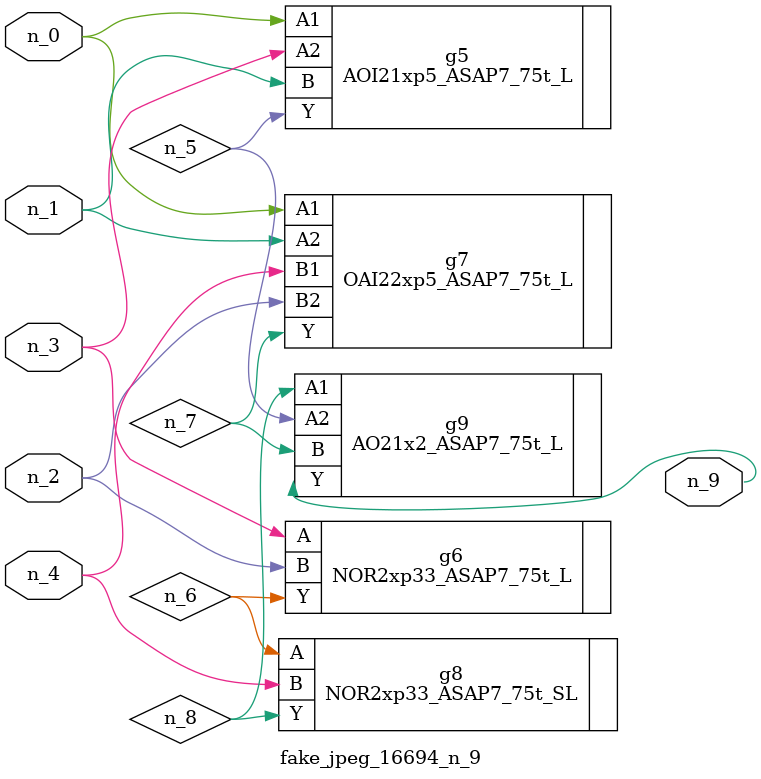
<source format=v>
module fake_jpeg_16694_n_9 (n_3, n_2, n_1, n_0, n_4, n_9);

input n_3;
input n_2;
input n_1;
input n_0;
input n_4;

output n_9;

wire n_8;
wire n_6;
wire n_5;
wire n_7;

AOI21xp5_ASAP7_75t_L g5 ( 
.A1(n_0),
.A2(n_3),
.B(n_1),
.Y(n_5)
);

NOR2xp33_ASAP7_75t_L g6 ( 
.A(n_3),
.B(n_2),
.Y(n_6)
);

OAI22xp5_ASAP7_75t_L g7 ( 
.A1(n_0),
.A2(n_1),
.B1(n_4),
.B2(n_2),
.Y(n_7)
);

NOR2xp33_ASAP7_75t_SL g8 ( 
.A(n_6),
.B(n_4),
.Y(n_8)
);

AO21x2_ASAP7_75t_L g9 ( 
.A1(n_8),
.A2(n_5),
.B(n_7),
.Y(n_9)
);


endmodule
</source>
